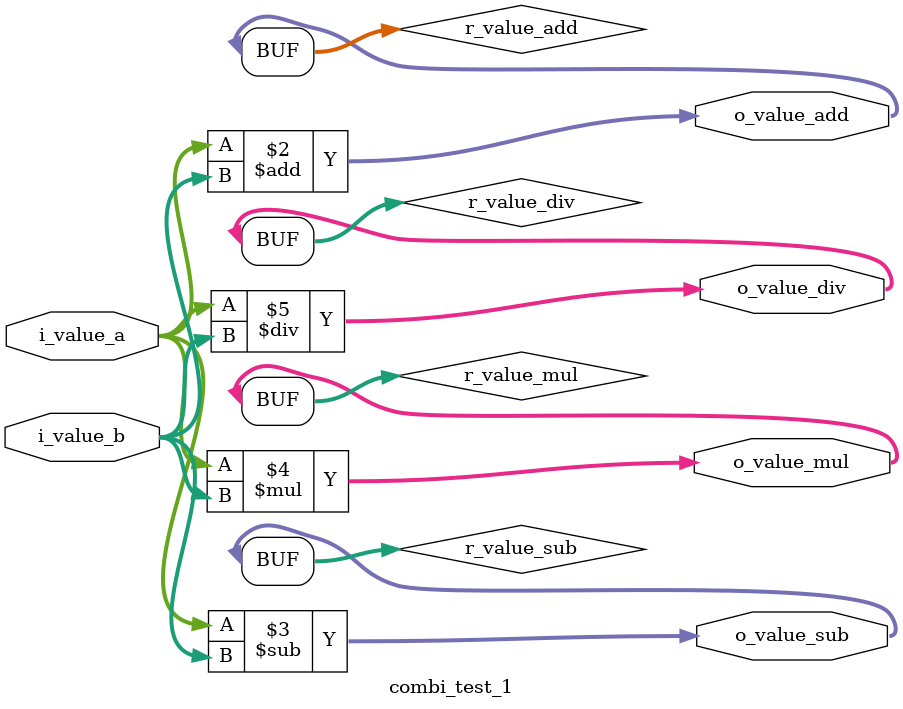
<source format=v>

`timescale 1ns / 1ps

module combi_test_1(
        input   [7:0] i_value_a         ,
        input   [7:0] i_value_b         ,
    output  [7:0] o_value_add   ,
    output  [7:0] o_value_sub   ,
    output  [7:0] o_value_mul   ,
    output  [7:0] o_value_div
    );

reg  [7:0] r_value_add  ;
reg  [7:0] r_value_sub  ;
reg  [7:0] r_value_mul  ;
reg  [7:0] r_value_div  ;

always @(*) begin
        r_value_add = i_value_a + i_value_b;
        r_value_sub = i_value_a - i_value_b;
        r_value_mul = i_value_a * i_value_b;
        r_value_div = i_value_a / i_value_b;
end

assign o_value_add = r_value_add;
assign o_value_sub = r_value_sub;
assign o_value_mul = r_value_mul;
assign o_value_div = r_value_div;

endmodule

</source>
